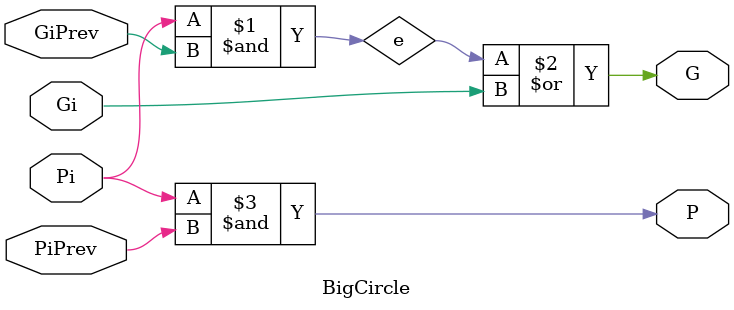
<source format=v>

module BigCircle(output G, P, input Gi, Pi, GiPrev, PiPrev);
  
  wire e;
  and  (e, Pi, GiPrev);
  or  (G, e, Gi);
  and  (P, Pi, PiPrev);
  
endmodule

</source>
